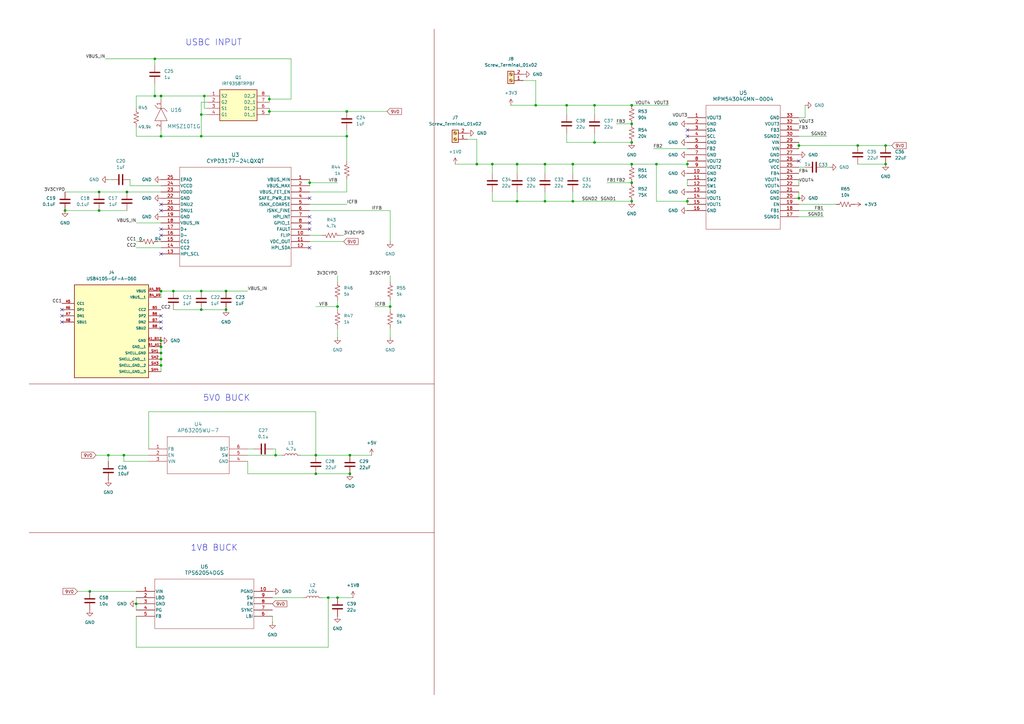
<source format=kicad_sch>
(kicad_sch (version 20250114) (generator "eeschema") (generator_version "9.0")
  (paper "A3")
  (lib_symbols
    (symbol "Connector:Screw_Terminal_01x02" (pin_names (offset 1.016) (hide yes))
      (property "Reference" "J" (at 0 2.54 0))
      (property "Value" "Screw_Terminal_01x02" (at 0 -5.08 0))
      (symbol "Screw_Terminal_01x02_1_1"
        (pin passive line (at -5.08 0 0) (length 3.81) (name "Pin_1") (number "1"))
        (pin passive line (at -5.08 -2.54 0) (length 3.81) (name "Pin_2") (number "2"))
      )
    )
    (symbol "Device:C" (pin_numbers (hide yes)) (pin_names (offset 0.254))
      (property "Reference" "C" (at 0.635 2.54 0))
      (property "Value" "C" (at 0.635 -2.54 0))
      (symbol "C_1_1"
        (pin passive line (at 0 3.81 270) (length 2.794) (name "~") (number "1"))
        (pin passive line (at 0 -3.81 90) (length 2.794) (name "~") (number "2"))
      )
    )
    (symbol "Device:L" (pin_numbers (hide yes)) (pin_names (offset 1.016) (hide yes))
      (property "Reference" "L" (at -1.27 0 90))
      (property "Value" "L" (at 1.905 0 90))
      (symbol "L_1_1"
        (pin passive line (at 0 3.81 270) (length 1.27) (name "1") (number "1"))
        (pin passive line (at 0 -3.81 90) (length 1.27) (name "2") (number "2"))
      )
    )
    (symbol "Device:R_US" (pin_numbers (hide yes)) (pin_names (offset 0))
      (property "Reference" "R" (at 2.54 0 90))
      (property "Value" "R_US" (at -2.54 0 90))
      (symbol "R_US_1_1"
        (pin passive line (at 0 3.81 270) (length 1.27) (name "~") (number "1"))
        (pin passive line (at 0 -3.81 90) (length 1.27) (name "~") (number "2"))
      )
    )
    (symbol "FPGA_Interface:USB4105-GF-A-060" (pin_names (offset 1.016))
      (property "Reference" "J" (at -15.24 13.97 0))
      (property "Value" "USB4105-GF-A-060" (at -15.24 -27.94 0))
      (symbol "USB4105-GF-A-060_0_0"
        (pin bidirectional line (at -20.32 5.08 0) (length 5.08) (name "CC1") (number "A5"))
        (pin bidirectional line (at -20.32 2.54 0) (length 5.08) (name "DP1") (number "A6"))
        (pin bidirectional line (at -20.32 0 0) (length 5.08) (name "DN1") (number "A7"))
        (pin bidirectional line (at -20.32 -2.54 0) (length 5.08) (name "SBU1") (number "A8"))
        (pin power_in line (at 20.32 10.16 180) (length 5.08) (name "VBUS") (number "A4_B9"))
        (pin power_in line (at 20.32 7.62 180) (length 5.08) (name "VBUS__1") (number "B4_A9"))
        (pin bidirectional line (at 20.32 2.54 180) (length 5.08) (name "CC2") (number "B5"))
        (pin bidirectional line (at 20.32 0 180) (length 5.08) (name "DP2") (number "B6"))
        (pin bidirectional line (at 20.32 -2.54 180) (length 5.08) (name "DN2") (number "B7"))
        (pin bidirectional line (at 20.32 -5.08 180) (length 5.08) (name "SBU2") (number "B8"))
        (pin power_in line (at 20.32 -10.16 180) (length 5.08) (name "GND") (number "A1_B12"))
        (pin power_in line (at 20.32 -12.7 180) (length 5.08) (name "GND__1") (number "B1_A12"))
        (pin power_in line (at 20.32 -15.24 180) (length 5.08) (name "SHELL_GND") (number "SH1"))
        (pin power_in line (at 20.32 -17.78 180) (length 5.08) (name "SHELL_GND__1") (number "SH2"))
        (pin power_in line (at 20.32 -20.32 180) (length 5.08) (name "SHELL_GND__2") (number "SH3"))
        (pin power_in line (at 20.32 -22.86 180) (length 5.08) (name "SHELL_GND__3") (number "SH4"))
      )
    )
    (symbol "FPGA_POWER:AP63205WU-7" (pin_names (offset 0.254))
      (property "Reference" "U" (at 20.32 10.16 0))
      (property "Value" "AP63205WU-7" (at 20.32 7.62 0))
      (symbol "AP63205WU-7_0_1"
        (pin unspecified line (at 0 0 0) (length 7.62) (name "FB") (number "1"))
        (pin unspecified line (at 0 -2.54 0) (length 7.62) (name "EN") (number "2"))
        (pin unspecified line (at 0 -5.08 0) (length 7.62) (name "VIN") (number "3"))
        (pin unspecified line (at 40.64 0 180) (length 7.62) (name "BST") (number "6"))
        (pin unspecified line (at 40.64 -2.54 180) (length 7.62) (name "SW") (number "5"))
        (pin power_out line (at 40.64 -5.08 180) (length 7.62) (name "GND") (number "4"))
      )
    )
    (symbol "FPGA_POWER:CYPD3177-24LQXQT" (pin_names (offset 0.254))
      (property "Reference" "U" (at 30.48 10.16 0))
      (property "Value" "CYPD3177-24LQXQT" (at 30.48 7.62 0))
      (symbol "CYPD3177-24LQXQT_0_1"
        (pin unspecified line (at 0 0 0) (length 7.62) (name "VBUS_MIN") (number "1"))
        (pin unspecified line (at 0 -2.54 0) (length 7.62) (name "VBUS_MAX") (number "2"))
        (pin unspecified line (at 0 -5.08 0) (length 7.62) (name "VBUS_FET_EN") (number "3"))
        (pin unspecified line (at 0 -7.62 0) (length 7.62) (name "SAFE_PWR_EN") (number "4"))
        (pin unspecified line (at 0 -10.16 0) (length 7.62) (name "ISNK_COARSE") (number "5"))
        (pin unspecified line (at 0 -12.7 0) (length 7.62) (name "ISNK_FINE") (number "6"))
        (pin unspecified line (at 0 -15.24 0) (length 7.62) (name "HPI_INT") (number "7"))
        (pin unspecified line (at 0 -17.78 0) (length 7.62) (name "GPIO_1") (number "8"))
        (pin unspecified line (at 0 -20.32 0) (length 7.62) (name "FAULT") (number "9"))
        (pin unspecified line (at 0 -22.86 0) (length 7.62) (name "FLIP") (number "10"))
        (pin output line (at 0 -25.4 0) (length 7.62) (name "VDC_OUT") (number "11"))
        (pin unspecified line (at 0 -27.94 0) (length 7.62) (name "HPI_SDA") (number "12"))
        (pin unspecified line (at 60.96 0 180) (length 7.62) (name "EPAD") (number "25"))
        (pin power_in line (at 60.96 -2.54 180) (length 7.62) (name "VCCD") (number "24"))
        (pin power_in line (at 60.96 -5.08 180) (length 7.62) (name "VDDD") (number "23"))
        (pin power_out line (at 60.96 -7.62 180) (length 7.62) (name "GND") (number "22"))
        (pin bidirectional line (at 60.96 -10.16 180) (length 7.62) (name "DNU2") (number "21"))
        (pin bidirectional line (at 60.96 -12.7 180) (length 7.62) (name "DNU1") (number "20"))
        (pin power_out line (at 60.96 -15.24 180) (length 7.62) (name "GND") (number "19"))
        (pin unspecified line (at 60.96 -17.78 180) (length 7.62) (name "VBUS_IN") (number "18"))
        (pin unspecified line (at 60.96 -20.32 180) (length 7.62) (name "D+") (number "17"))
        (pin unspecified line (at 60.96 -22.86 180) (length 7.62) (name "D-") (number "16"))
        (pin bidirectional line (at 60.96 -25.4 180) (length 7.62) (name "CC1") (number "15"))
        (pin bidirectional line (at 60.96 -27.94 180) (length 7.62) (name "CC2") (number "14"))
        (pin unspecified line (at 60.96 -30.48 180) (length 7.62) (name "HPI_SCL") (number "13"))
      )
    )
    (symbol "FPGA_POWER:IRF9358TRPBF"
      (property "Reference" "Q" (at 21.59 7.62 0))
      (property "Value" "IRF9358TRPBF" (at 21.59 5.08 0))
      (symbol "IRF9358TRPBF_1_1"
        (pin passive line (at 0 0 0) (length 5.08) (name "S2") (number "1"))
        (pin passive line (at 0 -2.54 0) (length 5.08) (name "G2") (number "2"))
        (pin passive line (at 0 -5.08 0) (length 5.08) (name "S1") (number "3"))
        (pin passive line (at 0 -7.62 0) (length 5.08) (name "G1") (number "4"))
        (pin passive line (at 25.4 0 180) (length 5.08) (name "D2_2") (number "8"))
        (pin passive line (at 25.4 -2.54 180) (length 5.08) (name "D2_1") (number "7"))
        (pin passive line (at 25.4 -5.08 180) (length 5.08) (name "D1_2") (number "6"))
        (pin passive line (at 25.4 -7.62 180) (length 5.08) (name "D1_1") (number "5"))
      )
    )
    (symbol "FPGA_POWER:MMSZ10T1G" (pin_names (offset 0.254))
      (property "Reference" "U" (at 25.4 10.16 0))
      (property "Value" "MMSZ10T1G" (at 25.4 7.62 0))
      (symbol "MMSZ10T1G_1_1"
        (pin unspecified line (at 17.78 2.54 0) (length 3.81) (name "") (number "1"))
        (pin unspecified line (at 30.48 2.54 180) (length 3.81) (name "") (number "2"))
      )
    )
    (symbol "FPGA_POWER:MPM54304GMN-0004" (pin_names (offset 0.254))
      (property "Reference" "U" (at 22.86 10.16 0))
      (property "Value" "MPM54304GMN-0004" (at 22.86 7.62 0))
      (symbol "MPM54304GMN-0004_0_1"
        (pin output line (at 0 0 0) (length 7.62) (name "VOUT3") (number "1"))
        (pin power_out line (at 0 -2.54 0) (length 7.62) (name "GND") (number "2"))
        (pin unspecified line (at 0 -5.08 0) (length 7.62) (name "SDA") (number "3"))
        (pin unspecified line (at 0 -7.62 0) (length 7.62) (name "SCL") (number "4"))
        (pin power_out line (at 0 -10.16 0) (length 7.62) (name "GND") (number "5"))
        (pin bidirectional line (at 0 -12.7 0) (length 7.62) (name "FB2") (number "6"))
        (pin power_out line (at 0 -15.24 0) (length 7.62) (name "GND") (number "7"))
        (pin output line (at 0 -17.78 0) (length 7.62) (name "VOUT2") (number "8"))
        (pin output line (at 0 -20.32 0) (length 7.62) (name "VOUT2") (number "9"))
        (pin power_out line (at 0 -22.86 0) (length 7.62) (name "GND") (number "10"))
        (pin bidirectional line (at 0 -25.4 0) (length 7.62) (name "SW2") (number "11"))
        (pin bidirectional line (at 0 -27.94 0) (length 7.62) (name "SW1") (number "12"))
        (pin power_out line (at 0 -30.48 0) (length 7.62) (name "GND") (number "13"))
        (pin output line (at 0 -33.02 0) (length 7.62) (name "VOUT1") (number "14"))
        (pin output line (at 0 -35.56 0) (length 7.62) (name "VOUT1") (number "15"))
        (pin power_out line (at 0 -38.1 0) (length 7.62) (name "GND") (number "16"))
        (pin power_out line (at 45.72 0 180) (length 7.62) (name "GND") (number "33"))
        (pin output line (at 45.72 -2.54 180) (length 7.62) (name "VOUT3") (number "32"))
        (pin bidirectional line (at 45.72 -5.08 180) (length 7.62) (name "FB3") (number "31"))
        (pin power_out line (at 45.72 -7.62 180) (length 7.62) (name "SGND2") (number "30"))
        (pin unspecified line (at 45.72 -10.16 180) (length 7.62) (name "VIN") (number "29"))
        (pin unspecified line (at 45.72 -12.7 180) (length 7.62) (name "VIN") (number "28"))
        (pin power_out line (at 45.72 -15.24 180) (length 7.62) (name "GND") (number "27"))
        (pin unspecified line (at 45.72 -17.78 180) (length 7.62) (name "GPIO") (number "26"))
        (pin power_in line (at 45.72 -20.32 180) (length 7.62) (name "VCC") (number "25"))
        (pin bidirectional line (at 45.72 -22.86 180) (length 7.62) (name "FB4") (number "24"))
        (pin output line (at 45.72 -25.4 180) (length 7.62) (name "VOUT4") (number "23"))
        (pin output line (at 45.72 -27.94 180) (length 7.62) (name "VOUT4") (number "22"))
        (pin power_out line (at 45.72 -30.48 180) (length 7.62) (name "GND") (number "21"))
        (pin power_out line (at 45.72 -33.02 180) (length 7.62) (name "GND") (number "20"))
        (pin unspecified line (at 45.72 -35.56 180) (length 7.62) (name "EN") (number "19"))
        (pin bidirectional line (at 45.72 -38.1 180) (length 7.62) (name "FB1") (number "18"))
        (pin power_out line (at 45.72 -40.64 180) (length 7.62) (name "SGND1") (number "17"))
      )
    )
    (symbol "FPGA_POWER:TPS62054DGS" (pin_names (offset 0.254))
      (property "Reference" "U" (at 27.94 10.16 0))
      (property "Value" "TPS62054DGS" (at 27.94 7.62 0))
      (symbol "TPS62054DGS_0_1"
        (pin input line (at 0 0 0) (length 7.62) (name "VIN") (number "1"))
        (pin output line (at 0 -2.54 0) (length 7.62) (name "LBO") (number "2"))
        (pin input line (at 0 -5.08 0) (length 7.62) (name "GND") (number "3"))
        (pin output line (at 0 -7.62 0) (length 7.62) (name "PG") (number "4"))
        (pin input line (at 0 -10.16 0) (length 7.62) (name "FB") (number "5"))
        (pin input line (at 55.88 0 180) (length 7.62) (name "PGND") (number "10"))
        (pin output line (at 55.88 -2.54 180) (length 7.62) (name "SW") (number "9"))
        (pin input line (at 55.88 -5.08 180) (length 7.62) (name "EN") (number "8"))
        (pin input line (at 55.88 -7.62 180) (length 7.62) (name "SYNC") (number "7"))
        (pin input line (at 55.88 -10.16 180) (length 7.62) (name "LBI") (number "6"))
      )
    )
    (symbol "power:+1V0" (power) (pin_numbers (hide yes)) (pin_names (offset 0) (hide yes))
      (property "Value" "+1V0" (at 0 3.556 0))
      (symbol "+1V0_1_1"
        (pin power_in line (at 0 0 90) (length 0) (name "~") (number "1"))
      )
    )
    (symbol "power:+1V8" (power) (pin_numbers (hide yes)) (pin_names (offset 0) (hide yes))
      (property "Value" "+1V8" (at 0 3.556 0))
      (symbol "+1V8_1_1"
        (pin power_in line (at 0 0 90) (length 0) (name "~") (number "1"))
      )
    )
    (symbol "power:+3V3" (power) (pin_numbers (hide yes)) (pin_names (offset 0) (hide yes))
      (property "Value" "+3V3" (at 0 3.556 0))
      (symbol "+3V3_1_1"
        (pin power_in line (at 0 0 90) (length 0) (name "~") (number "1"))
      )
    )
    (symbol "power:+5V" (power) (pin_numbers (hide yes)) (pin_names (offset 0) (hide yes))
      (property "Value" "+5V" (at 0 3.556 0))
      (symbol "+5V_1_1"
        (pin power_in line (at 0 0 90) (length 0) (name "~") (number "1"))
      )
    )
    (symbol "power:GND" (power) (pin_numbers (hide yes)) (pin_names (offset 0) (hide yes))
      (property "Value" "GND" (at 0 -3.81 0))
      (symbol "GND_1_1"
        (pin power_in line (at 0 0 270) (length 0) (name "~") (number "1"))
      )
    )
  )
  (text "USBC INPUT\n" (at 87.63 17.526 0) (effects (font (size 2.54 2.54))))
  (text "1V8 BUCK" (at 87.884 224.79 0) (effects (font (size 2.54 2.54))))
  (text "5V0 BUCK\n" (at 92.964 163.322 0) (effects (font (size 2.54 2.54))))
  (junction (at 44.45 186.69))
  (junction (at 212.09 82.55))
  (junction (at 259.08 43.18))
  (junction (at 66.04 119.38))
  (junction (at 269.24 67.31))
  (junction (at 127 74.93))
  (junction (at 113.03 186.69))
  (junction (at 195.58 67.31))
  (junction (at 92.71 119.38))
  (junction (at 129.54 194.31))
  (junction (at 83.82 39.37))
  (junction (at 82.55 55.88))
  (junction (at 52.07 78.74))
  (junction (at 327.66 81.28))
  (junction (at 143.51 194.31))
  (junction (at 66.04 144.78))
  (junction (at 66.04 139.7))
  (junction (at 40.64 78.74))
  (junction (at 26.67 86.36))
  (junction (at 232.41 43.18))
  (junction (at 92.71 127))
  (junction (at 50.8 186.69))
  (junction (at 223.52 67.31))
  (junction (at 243.84 43.18))
  (junction (at 36.83 242.57))
  (junction (at 363.22 67.31))
  (junction (at 142.24 45.72))
  (junction (at 40.64 86.36))
  (junction (at 63.5 24.13))
  (junction (at 55.88 247.65))
  (junction (at 327.66 59.69))
  (junction (at 219.71 43.18))
  (junction (at 66.04 55.88))
  (junction (at 142.24 55.88))
  (junction (at 259.08 82.55))
  (junction (at 66.04 147.32))
  (junction (at 259.08 50.8))
  (junction (at 138.43 125.73))
  (junction (at 363.22 59.69))
  (junction (at 259.08 67.31))
  (junction (at 66.04 149.86))
  (junction (at 110.49 45.72))
  (junction (at 259.08 74.93))
  (junction (at 212.09 67.31))
  (junction (at 71.12 119.38))
  (junction (at 129.54 186.69))
  (junction (at 223.52 82.55))
  (junction (at 66.04 39.37))
  (junction (at 63.5 39.37))
  (junction (at 259.08 58.42))
  (junction (at 281.94 67.31))
  (junction (at 82.55 119.38))
  (junction (at 281.94 82.55))
  (junction (at 234.95 82.55))
  (junction (at 160.02 125.73))
  (junction (at 201.93 67.31))
  (junction (at 234.95 67.31))
  (junction (at 82.55 127))
  (junction (at 143.51 186.69))
  (junction (at 351.79 59.69))
  (junction (at 243.84 58.42))
  (junction (at 66.04 142.24))
  (junction (at 138.43 245.11))
  (junction (at 110.49 40.64))
  (junction (at 134.62 245.11))
  (junction (at 82.55 46.99))
  (no_connect (at 327.66 66.04))
  (no_connect (at 66.04 93.98))
  (no_connect (at 127 101.6))
  (no_connect (at 66.04 86.36))
  (no_connect (at 66.04 132.08))
  (no_connect (at 25.4 129.54))
  (no_connect (at 66.04 83.82))
  (no_connect (at 281.94 55.88))
  (no_connect (at 66.04 96.52))
  (no_connect (at 127 81.28))
  (no_connect (at 127 93.98))
  (no_connect (at 127 91.44))
  (no_connect (at 66.04 104.14))
  (no_connect (at 25.4 127))
  (no_connect (at 66.04 134.62))
  (no_connect (at 281.94 53.34))
  (no_connect (at 66.04 129.54))
  (no_connect (at 25.4 132.08))
  (no_connect (at 127 88.9))
  (wire (pts (xy 66.04 39.37) (xy 66.04 40.64)))
  (wire (pts (xy 66.04 147.32) (xy 66.04 149.86)))
  (wire (pts (xy 55.88 245.11) (xy 55.88 247.65)))
  (wire (pts (xy 327.66 73.66) (xy 327.66 76.2)))
  (polyline (pts (xy 178.054 11.938) (xy 178.054 157.48)) (stroke (width 0) (type solid) (color 132 0 0 1)))
  (wire (pts (xy 83.82 44.45) (xy 83.82 39.37)))
  (wire (pts (xy 66.04 55.88) (xy 82.55 55.88)))
  (wire (pts (xy 330.2 48.26) (xy 327.66 48.26)))
  (wire (pts (xy 259.08 43.18) (xy 274.32 43.18)))
  (wire (pts (xy 212.09 82.55) (xy 223.52 82.55)))
  (wire (pts (xy 110.49 39.37) (xy 110.49 40.64)))
  (wire (pts (xy 55.88 52.07) (xy 55.88 55.88)))
  (wire (pts (xy 50.8 186.69) (xy 60.96 186.69)))
  (wire (pts (xy 55.88 44.45) (xy 55.88 39.37)))
  (wire (pts (xy 234.95 71.12) (xy 234.95 67.31)))
  (wire (pts (xy 123.19 186.69) (xy 129.54 186.69)))
  (wire (pts (xy 44.45 186.69) (xy 44.45 189.23)))
  (wire (pts (xy 104.14 184.15) (xy 101.6 184.15)))
  (wire (pts (xy 212.09 67.31) (xy 212.09 71.12)))
  (wire (pts (xy 71.12 127) (xy 82.55 127)))
  (wire (pts (xy 129.54 186.69) (xy 129.54 168.91)))
  (wire (pts (xy 201.93 82.55) (xy 212.09 82.55)))
  (wire (pts (xy 223.52 82.55) (xy 223.52 78.74)))
  (wire (pts (xy 40.64 78.74) (xy 26.67 78.74)))
  (wire (pts (xy 153.67 125.73) (xy 160.02 125.73)))
  (wire (pts (xy 111.76 184.15) (xy 113.03 184.15)))
  (wire (pts (xy 55.88 265.43) (xy 55.88 252.73)))
  (wire (pts (xy 127 73.66) (xy 127 74.93)))
  (wire (pts (xy 52.07 78.74) (xy 40.64 78.74)))
  (wire (pts (xy 101.6 119.38) (xy 92.71 119.38)))
  (wire (pts (xy 232.41 58.42) (xy 232.41 54.61)))
  (wire (pts (xy 160.02 125.73) (xy 160.02 127)))
  (wire (pts (xy 327.66 59.69) (xy 351.79 59.69)))
  (wire (pts (xy 142.24 78.74) (xy 127 78.74)))
  (wire (pts (xy 119.38 40.64) (xy 110.49 40.64)))
  (wire (pts (xy 113.03 184.15) (xy 113.03 186.69)))
  (wire (pts (xy 40.64 86.36) (xy 26.67 86.36)))
  (wire (pts (xy 55.88 55.88) (xy 66.04 55.88)))
  (wire (pts (xy 43.18 24.13) (xy 63.5 24.13)))
  (wire (pts (xy 327.66 88.9) (xy 337.82 88.9)))
  (polyline (pts (xy 178.054 218.44) (xy 178.054 284.988)) (stroke (width 0) (type solid) (color 132 0 0 1)))
  (wire (pts (xy 340.36 68.58) (xy 337.82 68.58)))
  (wire (pts (xy 160.02 86.36) (xy 160.02 99.06)))
  (wire (pts (xy 327.66 55.88) (xy 339.09 55.88)))
  (wire (pts (xy 45.72 73.66) (xy 44.45 73.66)))
  (wire (pts (xy 110.49 44.45) (xy 110.49 45.72)))
  (wire (pts (xy 66.04 53.34) (xy 66.04 55.88)))
  (wire (pts (xy 66.04 119.38) (xy 66.04 121.92)))
  (wire (pts (xy 142.24 55.88) (xy 142.24 53.34)))
  (wire (pts (xy 110.49 45.72) (xy 110.49 46.99)))
  (wire (pts (xy 134.62 245.11) (xy 134.62 265.43)))
  (wire (pts (xy 63.5 24.13) (xy 119.38 24.13)))
  (wire (pts (xy 55.88 39.37) (xy 63.5 39.37)))
  (wire (pts (xy 327.66 59.69) (xy 327.66 60.96)))
  (wire (pts (xy 36.83 242.57) (xy 55.88 242.57)))
  (wire (pts (xy 138.43 125.73) (xy 138.43 127)))
  (wire (pts (xy 82.55 46.99) (xy 85.09 46.99)))
  (wire (pts (xy 127 74.93) (xy 127 76.2)))
  (wire (pts (xy 327.66 68.58) (xy 330.2 68.58)))
  (wire (pts (xy 186.69 67.31) (xy 195.58 67.31)))
  (wire (pts (xy 327.66 86.36) (xy 337.82 86.36)))
  (wire (pts (xy 140.97 99.06) (xy 127 99.06)))
  (wire (pts (xy 330.2 43.18) (xy 330.2 48.26)))
  (wire (pts (xy 66.04 144.78) (xy 66.04 147.32)))
  (wire (pts (xy 101.6 194.31) (xy 101.6 189.23)))
  (wire (pts (xy 66.04 119.38) (xy 71.12 119.38)))
  (polyline (pts (xy 11.938 218.44) (xy 12.192 218.44)) (stroke (width 0) (type solid) (color 132 0 0 1)))
  (wire (pts (xy 281.94 81.28) (xy 281.94 82.55)))
  (wire (pts (xy 82.55 46.99) (xy 82.55 55.88)))
  (wire (pts (xy 243.84 54.61) (xy 243.84 58.42)))
  (wire (pts (xy 142.24 73.66) (xy 142.24 78.74)))
  (wire (pts (xy 52.07 86.36) (xy 40.64 86.36)))
  (wire (pts (xy 201.93 67.31) (xy 201.93 71.12)))
  (wire (pts (xy 134.62 245.11) (xy 138.43 245.11)))
  (wire (pts (xy 363.22 59.69) (xy 365.76 59.69)))
  (wire (pts (xy 191.77 57.15) (xy 195.58 57.15)))
  (wire (pts (xy 160.02 123.19) (xy 160.02 125.73)))
  (wire (pts (xy 142.24 45.72) (xy 158.75 45.72)))
  (wire (pts (xy 110.49 40.64) (xy 110.49 41.91)))
  (wire (pts (xy 269.24 67.31) (xy 281.94 67.31)))
  (wire (pts (xy 127 86.36) (xy 160.02 86.36)))
  (wire (pts (xy 101.6 194.31) (xy 129.54 194.31)))
  (wire (pts (xy 232.41 46.99) (xy 232.41 43.18)))
  (wire (pts (xy 55.88 91.44) (xy 66.04 91.44)))
  (wire (pts (xy 71.12 119.38) (xy 82.55 119.38)))
  (wire (pts (xy 129.54 125.73) (xy 138.43 125.73)))
  (wire (pts (xy 252.73 50.8) (xy 259.08 50.8)))
  (wire (pts (xy 64.77 99.06) (xy 66.04 99.06)))
  (wire (pts (xy 53.34 76.2) (xy 66.04 76.2)))
  (wire (pts (xy 248.92 74.93) (xy 259.08 74.93)))
  (wire (pts (xy 281.94 67.31) (xy 281.94 68.58)))
  (wire (pts (xy 142.24 55.88) (xy 142.24 66.04)))
  (wire (pts (xy 212.09 67.31) (xy 223.52 67.31)))
  (wire (pts (xy 160.02 113.03) (xy 160.02 115.57)))
  (wire (pts (xy 55.88 101.6) (xy 66.04 101.6)))
  (wire (pts (xy 85.09 44.45) (xy 83.82 44.45)))
  (wire (pts (xy 259.08 58.42) (xy 243.84 58.42)))
  (wire (pts (xy 66.04 78.74) (xy 52.07 78.74)))
  (wire (pts (xy 129.54 168.91) (xy 60.96 168.91)))
  (wire (pts (xy 327.66 78.74) (xy 327.66 81.28)))
  (wire (pts (xy 111.76 245.11) (xy 124.46 245.11)))
  (wire (pts (xy 63.5 39.37) (xy 66.04 39.37)))
  (wire (pts (xy 55.88 247.65) (xy 55.88 250.19)))
  (wire (pts (xy 281.94 66.04) (xy 281.94 67.31)))
  (wire (pts (xy 327.66 83.82) (xy 342.9 83.82)))
  (wire (pts (xy 243.84 43.18) (xy 243.84 46.99)))
  (wire (pts (xy 152.4 186.69) (xy 143.51 186.69)))
  (wire (pts (xy 138.43 123.19) (xy 138.43 125.73)))
  (wire (pts (xy 201.93 67.31) (xy 212.09 67.31)))
  (wire (pts (xy 50.8 189.23) (xy 60.96 189.23)))
  (wire (pts (xy 259.08 67.31) (xy 269.24 67.31)))
  (wire (pts (xy 281.94 73.66) (xy 281.94 76.2)))
  (wire (pts (xy 138.43 134.62) (xy 138.43 138.43)))
  (wire (pts (xy 195.58 57.15) (xy 195.58 67.31)))
  (wire (pts (xy 214.63 33.02) (xy 219.71 33.02)))
  (wire (pts (xy 119.38 24.13) (xy 119.38 40.64)))
  (wire (pts (xy 66.04 149.86) (xy 66.04 152.4)))
  (wire (pts (xy 138.43 74.93) (xy 127 74.93)))
  (wire (pts (xy 138.43 113.03) (xy 138.43 115.57)))
  (wire (pts (xy 132.08 96.52) (xy 127 96.52)))
  (wire (pts (xy 82.55 55.88) (xy 142.24 55.88)))
  (wire (pts (xy 85.09 41.91) (xy 82.55 41.91)))
  (wire (pts (xy 63.5 24.13) (xy 63.5 26.67)))
  (wire (pts (xy 142.24 83.82) (xy 127 83.82)))
  (wire (pts (xy 83.82 39.37) (xy 85.09 39.37)))
  (wire (pts (xy 209.55 43.18) (xy 219.71 43.18)))
  (polyline (pts (xy 12.192 218.44) (xy 178.054 218.44)) (stroke (width 0) (type solid) (color 132 0 0 1)))
  (wire (pts (xy 60.96 168.91) (xy 60.96 184.15)))
  (wire (pts (xy 113.03 186.69) (xy 115.57 186.69)))
  (wire (pts (xy 129.54 194.31) (xy 143.51 194.31)))
  (wire (pts (xy 243.84 43.18) (xy 259.08 43.18)))
  (wire (pts (xy 55.88 99.06) (xy 57.15 99.06)))
  (wire (pts (xy 129.54 186.69) (xy 143.51 186.69)))
  (polyline (pts (xy 11.938 157.48) (xy 178.054 157.48)) (stroke (width 0) (type solid) (color 132 0 0 1)))
  (wire (pts (xy 327.66 58.42) (xy 327.66 59.69)))
  (wire (pts (xy 132.08 245.11) (xy 134.62 245.11)))
  (wire (pts (xy 267.97 60.96) (xy 281.94 60.96)))
  (wire (pts (xy 66.04 139.7) (xy 66.04 142.24)))
  (wire (pts (xy 219.71 43.18) (xy 232.41 43.18)))
  (wire (pts (xy 101.6 186.69) (xy 113.03 186.69)))
  (wire (pts (xy 160.02 138.43) (xy 160.02 134.62)))
  (wire (pts (xy 232.41 43.18) (xy 243.84 43.18)))
  (wire (pts (xy 82.55 127) (xy 92.71 127)))
  (wire (pts (xy 281.94 82.55) (xy 269.24 82.55)))
  (wire (pts (xy 269.24 82.55) (xy 269.24 67.31)))
  (wire (pts (xy 140.97 96.52) (xy 139.7 96.52)))
  (wire (pts (xy 351.79 67.31) (xy 363.22 67.31)))
  (wire (pts (xy 234.95 82.55) (xy 259.08 82.55)))
  (wire (pts (xy 201.93 78.74) (xy 201.93 82.55)))
  (wire (pts (xy 138.43 245.11) (xy 144.78 245.11)))
  (wire (pts (xy 44.45 186.69) (xy 50.8 186.69)))
  (wire (pts (xy 111.76 252.73) (xy 111.76 255.27)))
  (wire (pts (xy 66.04 142.24) (xy 66.04 144.78)))
  (wire (pts (xy 281.94 82.55) (xy 281.94 83.82)))
  (wire (pts (xy 223.52 71.12) (xy 223.52 67.31)))
  (wire (pts (xy 219.71 33.02) (xy 219.71 43.18)))
  (wire (pts (xy 134.62 265.43) (xy 55.88 265.43)))
  (wire (pts (xy 66.04 39.37) (xy 83.82 39.37)))
  (wire (pts (xy 223.52 82.55) (xy 234.95 82.55)))
  (wire (pts (xy 82.55 119.38) (xy 92.71 119.38)))
  (wire (pts (xy 234.95 78.74) (xy 234.95 82.55)))
  (wire (pts (xy 351.79 59.69) (xy 363.22 59.69)))
  (wire (pts (xy 31.75 242.57) (xy 36.83 242.57)))
  (wire (pts (xy 63.5 34.29) (xy 63.5 39.37)))
  (wire (pts (xy 195.58 67.31) (xy 201.93 67.31)))
  (wire (pts (xy 39.37 186.69) (xy 44.45 186.69)))
  (wire (pts (xy 110.49 45.72) (xy 142.24 45.72)))
  (wire (pts (xy 82.55 41.91) (xy 82.55 46.99)))
  (wire (pts (xy 223.52 67.31) (xy 234.95 67.31)))
  (wire (pts (xy 212.09 78.74) (xy 212.09 82.55)))
  (wire (pts (xy 53.34 73.66) (xy 53.34 76.2)))
  (wire (pts (xy 234.95 67.31) (xy 259.08 67.31)))
  (polyline (pts (xy 178.054 157.48) (xy 178.054 218.44)) (stroke (width 0) (type solid) (color 132 0 0 1)))
  (wire (pts (xy 50.8 186.69) (xy 50.8 189.23)))
  (wire (pts (xy 232.41 58.42) (xy 243.84 58.42)))
  (label "FB1" (at 337.82 86.36 180))
  (label "SGND1" (at 252.73 82.55 180))
  (label "FB3" (at 327.66 53.34 0))
  (label "CC1" (at 55.88 99.06 180))
  (label "VBUS_IN" (at 55.88 91.44 180))
  (label "VFB" (at 130.81 125.73 0))
  (label "VOUT4" (at 266.7 43.18 180))
  (label "3V3CYPD" (at 26.67 78.74 180))
  (label "SGND2" (at 245.11 82.55 180))
  (label "VFB" (at 138.43 74.93 180))
  (label "FB1" (at 248.92 74.93 0))
  (label "ICFB" (at 153.67 125.73 0))
  (label "FB2" (at 267.97 60.96 0))
  (label "FB2" (at 252.73 74.93 0))
  (label "VBUS_IN" (at 43.18 24.13 180))
  (label "FB4" (at 327.66 71.12 0))
  (label "CC2" (at 55.88 101.6 180))
  (label "ICFB" (at 142.24 83.82 0))
  (label "VOUT3" (at 327.66 50.8 0))
  (label "CC2" (at 66.04 127 0))
  (label "CC1" (at 25.4 124.46 180))
  (label "3V3CYPD" (at 140.97 96.52 0))
  (label "FB3" (at 252.73 50.8 0))
  (label "SGND1" (at 337.82 88.9 180))
  (label "SGND2" (at 339.09 55.88 180))
  (label "3V3CYPD" (at 160.02 113.03 180))
  (label "IFFB" (at 152.4 86.36 0))
  (label "VOUT3" (at 281.94 48.26 180))
  (label "VOUT3" (at 274.32 43.18 180))
  (label "3V3CYPD" (at 138.43 113.03 180))
  (label "VBUS_IN" (at 101.6 119.38 0))
  (label "VOUT4" (at 327.66 74.93 0))
  (global_label "9V0" (shape input) (at 158.75 45.72 0) (property "Intersheetrefs" "${INTERSHEET_REFS}" (effects (hide yes))))
  (global_label "9V0" (shape input) (at 140.97 99.06 0) (property "Intersheetrefs" "${INTERSHEET_REFS}" (effects (hide yes))))
  (global_label "9V0" (shape input) (at 31.75 242.57 180) (property "Intersheetrefs" "${INTERSHEET_REFS}" (effects (hide yes))))
  (global_label "9V0" (shape input) (at 365.76 59.69 0) (property "Intersheetrefs" "${INTERSHEET_REFS}" (effects (hide yes))))
  (global_label "9V0" (shape input) (at 39.37 186.69 180) (property "Intersheetrefs" "${INTERSHEET_REFS}" (effects (hide yes))))
  (global_label "9V0" (shape input) (at 111.76 247.65 0) (property "Intersheetrefs" "${INTERSHEET_REFS}" (effects (hide yes))))
  (symbol (lib_id "power:GND") (at 327.66 63.5 90) (unit 1)
    (property "Reference" "#PWR0109" (effects (hide yes)))
    (property "Value" "GND" (at 331.47 63.4999 90) (effects (justify right)))
    (property "Description" "Power symbol creates a global label with name \"GND\" , ground" (effects (hide yes)))
  )
  (symbol (lib_id "Device:C") (at 232.41 50.8 0) (unit 1)
    (property "Reference" "C38" (at 236.22 49.5299 0) (effects (justify left)))
    (property "Value" "22u" (at 236.22 52.0699 0) (effects (justify left)))
    (property "Footprint" "Capacitor_SMD:C_0805_2012Metric" (effects (hide yes)))
    (property "Description" "Unpolarized capacitor" (effects (hide yes)))
  )
  (symbol (lib_id "power:GND") (at 340.36 68.58 90) (unit 1)
    (property "Reference" "#PWR0113" (effects (hide yes)))
    (property "Value" "GND" (at 344.17 68.5799 90) (effects (justify right)))
    (property "Description" "Power symbol creates a global label with name \"GND\" , ground" (effects (hide yes)))
  )
  (symbol (lib_id "power:GND") (at 66.04 73.66 270) (mirror x) (unit 1)
    (property "Reference" "#PWR092" (effects (hide yes)))
    (property "Value" "GND" (at 62.23 73.6599 90) (effects (justify right)))
    (property "Description" "Power symbol creates a global label with name \"GND\" , ground" (effects (hide yes)))
  )
  (symbol (lib_id "power:GND") (at 138.43 138.43 0) (unit 1)
    (property "Reference" "#PWR098" (effects (hide yes)))
    (property "Value" "GND" (at 138.43 143.51 0))
    (property "Description" "Power symbol creates a global label with name \"GND\" , ground" (effects (hide yes)))
  )
  (symbol (lib_id "Device:R_US") (at 138.43 130.81 0) (unit 1)
    (property "Reference" "R47" (at 140.97 129.5399 0) (effects (justify left)))
    (property "Value" "1k" (at 140.97 132.0799 0) (effects (justify left)))
    (property "Footprint" "Resistor_SMD:R_0402_1005Metric" (effects (hide yes)))
    (property "Description" "Resistor, US symbol" (effects (hide yes)))
  )
  (symbol (lib_id "Device:C") (at 92.71 123.19 0) (unit 1)
    (property "Reference" "C23" (at 96.52 121.9199 0) (effects (justify left)))
    (property "Value" "1uF" (at 96.52 124.4599 0) (effects (justify left)))
    (property "Footprint" "Capacitor_SMD:C_0603_1608Metric" (effects (hide yes)))
    (property "Description" "Unpolarized capacitor" (effects (hide yes)))
  )
  (symbol (lib_id "power:GND") (at 44.45 196.85 0) (unit 1)
    (property "Reference" "#PWR0101" (effects (hide yes)))
    (property "Value" "GND" (at 44.45 201.93 0))
    (property "Description" "Power symbol creates a global label with name \"GND\" , ground" (effects (hide yes)))
  )
  (symbol (lib_id "FPGA_POWER:MPM54304GMN-0004") (at 281.94 48.26 0) (unit 1)
    (property "Reference" "U5" (at 304.8 38.1 0) (effects (font (size 1.524 1.524))))
    (property "Value" "MPM54304GMN-0004" (at 304.8 40.64 0) (effects (font (size 1.524 1.524))))
    (property "Footprint" "FPGA_Power:MPM54304GMN_004" (effects (hide yes)))
    (property "Datasheet" "https://www.monolithicpower.com/en/documentview/productdocument/index/version/2/document_type/Datasheet/lang/en/sku/MPM54304" (effects (hide yes)))
  )
  (symbol (lib_id "power:+1V0") (at 186.69 67.31 0) (unit 1)
    (property "Reference" "#PWR0121" (effects (hide yes)))
    (property "Value" "+1V0" (at 186.69 62.23 0))
    (property "Description" "Power symbol creates a global label with name \"+1V0\"" (effects (hide yes)))
  )
  (symbol (lib_id "power:GND") (at 281.94 50.8 270) (unit 1)
    (property "Reference" "#PWR0107" (effects (hide yes)))
    (property "Value" "GND" (at 278.13 50.7999 90) (effects (justify right)))
    (property "Description" "Power symbol creates a global label with name \"GND\" , ground" (effects (hide yes)))
  )
  (symbol (lib_id "Device:C") (at 138.43 248.92 0) (unit 1)
    (property "Reference" "C39" (at 142.24 247.6499 0) (effects (justify left)))
    (property "Value" "22u" (at 142.24 250.1899 0) (effects (justify left)))
    (property "Footprint" "Capacitor_SMD:C_0603_1608Metric" (effects (hide yes)))
    (property "Description" "Unpolarized capacitor" (effects (hide yes)))
  )
  (symbol (lib_id "power:GND") (at 66.04 88.9 270) (mirror x) (unit 1)
    (property "Reference" "#PWR094" (effects (hide yes)))
    (property "Value" "GND" (at 62.23 88.8999 90) (effects (justify right)))
    (property "Description" "Power symbol creates a global label with name \"GND\" , ground" (effects (hide yes)))
  )
  (symbol (lib_id "power:GND") (at 143.51 194.31 0) (unit 1)
    (property "Reference" "#PWR0102" (effects (hide yes)))
    (property "Value" "GND" (at 143.51 199.39 0))
    (property "Description" "Power symbol creates a global label with name \"GND\" , ground" (effects (hide yes)))
  )
  (symbol (lib_id "Device:C") (at 234.95 74.93 0) (unit 1)
    (property "Reference" "C31" (at 238.76 73.6599 0) (effects (justify left)))
    (property "Value" "22u" (at 238.76 76.1999 0) (effects (justify left)))
    (property "Footprint" "Capacitor_SMD:C_0805_2012Metric" (effects (hide yes)))
    (property "Description" "Unpolarized capacitor" (effects (hide yes)))
  )
  (symbol (lib_id "Device:C") (at 363.22 63.5 0) (unit 1)
    (property "Reference" "C36" (at 367.03 62.2299 0) (effects (justify left)))
    (property "Value" "22uF" (at 367.03 64.7699 0) (effects (justify left)))
    (property "Footprint" "Capacitor_SMD:C_0805_2012Metric" (effects (hide yes)))
    (property "Description" "Unpolarized capacitor" (effects (hide yes)))
  )
  (symbol (lib_id "Device:C") (at 334.01 68.58 90) (unit 1)
    (property "Reference" "C33" (at 337.566 67.564 90))
    (property "Value" "1u" (at 331.216 67.31 90))
    (property "Footprint" "Capacitor_SMD:C_0603_1608Metric" (effects (hide yes)))
    (property "Description" "Unpolarized capacitor" (effects (hide yes)))
  )
  (symbol (lib_id "power:GND") (at 92.71 127 0) (unit 1)
    (property "Reference" "#PWR097" (effects (hide yes)))
    (property "Value" "GND" (at 92.71 132.08 0))
    (property "Description" "Power symbol creates a global label with name \"GND\" , ground" (effects (hide yes)))
  )
  (symbol (lib_id "Device:R_US") (at 259.08 54.61 0) (unit 1)
    (property "Reference" "R54" (at 261.62 53.3399 0) (effects (justify left)))
    (property "Value" "20k" (at 261.62 55.8799 0) (effects (justify left)))
    (property "Footprint" "Resistor_SMD:R_0805_2012Metric" (effects (hide yes)))
    (property "Description" "Resistor, US symbol" (effects (hide yes)))
  )
  (symbol (lib_id "Device:C") (at 129.54 190.5 0) (unit 1)
    (property "Reference" "C28" (at 133.35 189.2299 0) (effects (justify left)))
    (property "Value" "22uF" (at 133.35 191.7699 0) (effects (justify left)))
    (property "Footprint" "Capacitor_SMD:C_0603_1608Metric" (effects (hide yes)))
    (property "Description" "Unpolarized capacitor" (effects (hide yes)))
  )
  (symbol (lib_id "power:GND") (at 138.43 252.73 0) (unit 1)
    (property "Reference" "#PWR0118" (effects (hide yes)))
    (property "Value" "GND" (at 138.43 257.81 0))
    (property "Description" "Power symbol creates a global label with name \"GND\" , ground" (effects (hide yes)))
  )
  (symbol (lib_id "power:GND") (at 327.66 81.28 90) (unit 1)
    (property "Reference" "#PWR0110" (effects (hide yes)))
    (property "Value" "GND" (at 331.47 81.2799 90) (effects (justify right)))
    (property "Description" "Power symbol creates a global label with name \"GND\" , ground" (effects (hide yes)))
  )
  (symbol (lib_id "FPGA_POWER:MMSZ10T1G") (at 63.5 22.86 270) (unit 1)
    (property "Reference" "U16" (at 69.85 45.0849 90) (effects (font (size 1.524 1.524)) (justify left)))
    (property "Value" "MMSZ10T1G" (at 68.58 51.816 90) (effects (font (size 1.524 1.524)) (justify left)))
    (property "Footprint" "FPGA_Power:MMSZ10T1G" (effects (hide yes)))
    (property "Datasheet" "MMSZ10T1G" (effects (hide yes)))
  )
  (symbol (lib_id "Device:C") (at 52.07 82.55 0) (mirror y) (unit 1)
    (property "Reference" "C17" (at 48.26 81.2799 0) (effects (justify left)))
    (property "Value" "1uF" (at 48.26 83.8199 0) (effects (justify left)))
    (property "Footprint" "Capacitor_SMD:C_0603_1608Metric" (effects (hide yes)))
    (property "Description" "Unpolarized capacitor" (effects (hide yes)))
  )
  (symbol (lib_id "Device:C") (at 351.79 63.5 0) (unit 1)
    (property "Reference" "C35" (at 355.6 62.2299 0) (effects (justify left)))
    (property "Value" "22uF" (at 355.6 64.7699 0) (effects (justify left)))
    (property "Footprint" "Capacitor_SMD:C_0805_2012Metric" (effects (hide yes)))
    (property "Description" "Unpolarized capacitor" (effects (hide yes)))
  )
  (symbol (lib_id "power:GND") (at 281.94 86.36 270) (unit 1)
    (property "Reference" "#PWR0103" (effects (hide yes)))
    (property "Value" "GND" (at 278.13 86.3599 90) (effects (justify right)))
    (property "Description" "Power symbol creates a global label with name \"GND\" , ground" (effects (hide yes)))
  )
  (symbol (lib_id "power:GND") (at 111.76 242.57 90) (unit 1)
    (property "Reference" "#PWR0115" (effects (hide yes)))
    (property "Value" "GND" (at 115.57 242.5699 90) (effects (justify right)))
    (property "Description" "Power symbol creates a global label with name \"GND\" , ground" (effects (hide yes)))
  )
  (symbol (lib_id "Device:C") (at 40.64 82.55 0) (mirror y) (unit 1)
    (property "Reference" "C18" (at 36.83 81.2799 0) (effects (justify left)))
    (property "Value" "0.1uF" (at 36.83 83.8199 0) (effects (justify left)))
    (property "Footprint" "Capacitor_SMD:C_0402_1005Metric" (effects (hide yes)))
    (property "Description" "Unpolarized capacitor" (effects (hide yes)))
  )
  (symbol (lib_id "Device:R_US") (at 259.08 78.74 0) (unit 1)
    (property "Reference" "R52" (at 261.62 77.4699 0) (effects (justify left)))
    (property "Value" "75K" (at 261.62 80.0099 0) (effects (justify left)))
    (property "Footprint" "Resistor_SMD:R_0805_2012Metric" (effects (hide yes)))
    (property "Description" "Resistor, US symbol" (effects (hide yes)))
  )
  (symbol (lib_id "power:GND") (at 44.45 73.66 270) (mirror x) (unit 1)
    (property "Reference" "#PWR095" (effects (hide yes)))
    (property "Value" "GND" (at 40.64 73.6599 90) (effects (justify right)))
    (property "Description" "Power symbol creates a global label with name \"GND\" , ground" (effects (hide yes)))
  )
  (symbol (lib_id "Device:C") (at 36.83 246.38 0) (unit 1)
    (property "Reference" "C58" (at 40.64 245.1099 0) (effects (justify left)))
    (property "Value" "10u" (at 40.64 247.6499 0) (effects (justify left)))
    (property "Footprint" "Capacitor_SMD:C_0603_1608Metric" (effects (hide yes)))
    (property "Description" "Unpolarized capacitor" (effects (hide yes)))
  )
  (symbol (lib_id "Device:R_US") (at 55.88 48.26 0) (unit 1)
    (property "Reference" "R45" (at 56.642 44.196 0) (effects (justify left)))
    (property "Value" "49.9k" (at 56.642 52.07 0) (effects (justify left)))
    (property "Footprint" "Resistor_SMD:R_0402_1005Metric" (effects (hide yes)))
    (property "Description" "Resistor, US symbol" (effects (hide yes)))
  )
  (symbol (lib_id "Device:C") (at 142.24 49.53 0) (unit 1)
    (property "Reference" "C24" (at 146.05 48.2599 0) (effects (justify left)))
    (property "Value" "1uF" (at 146.05 50.7999 0) (effects (justify left)))
    (property "Footprint" "Capacitor_SMD:C_0603_1608Metric" (effects (hide yes)))
    (property "Description" "Unpolarized capacitor" (effects (hide yes)))
  )
  (symbol (lib_id "Device:L") (at 128.27 245.11 90) (unit 1)
    (property "Reference" "L2" (at 128.27 240.03 90))
    (property "Value" "10u" (at 128.27 242.57 90))
    (property "Footprint" "Inductor_SMD:L_TechFuse_SL0624" (effects (hide yes)))
    (property "Description" "Inductor" (effects (hide yes)))
  )
  (symbol (lib_id "FPGA_Interface:USB4105-GF-A-060") (at 45.72 129.54 0) (unit 1)
    (property "Reference" "J4" (at 45.72 111.76 0))
    (property "Value" "USB4105-GF-A-060" (at 45.72 114.3 0))
    (property "Footprint" "FPGA_Interface:USB4105-GF-A-060" (effects (hide yes)))
    (property "PARTREV" "B3" (effects (hide yes)))
    (property "MANUFACTURER" "Global Connector Technology" (effects (hide yes)))
    (property "MAXIMUM_PACKAGE_HEIGHT" "3.31mm" (effects (hide yes)))
    (property "STANDARD" "Manufacturer Recommendations" (effects (hide yes)))
  )
  (symbol (lib_id "Device:R_US") (at 160.02 130.81 0) (unit 1)
    (property "Reference" "R64" (at 162.56 129.5399 0) (effects (justify left)))
    (property "Value" "5k" (at 162.56 132.0799 0) (effects (justify left)))
    (property "Footprint" "Resistor_SMD:R_0402_1005Metric" (effects (hide yes)))
    (property "Description" "Resistor, US symbol" (effects (hide yes)))
  )
  (symbol (lib_id "power:+3V3") (at 209.55 43.18 0) (unit 1)
    (property "Reference" "#PWR0122" (effects (hide yes)))
    (property "Value" "+3V3" (at 209.55 38.1 0))
    (property "Description" "Power symbol creates a global label with name \"+3V3\"" (effects (hide yes)))
  )
  (symbol (lib_id "power:+1V8") (at 144.78 245.11 0) (unit 1)
    (property "Reference" "#PWR0119" (effects (hide yes)))
    (property "Value" "+1V8" (at 144.78 240.03 0))
    (property "Description" "Power symbol creates a global label with name \"+1V8\"" (effects (hide yes)))
  )
  (symbol (lib_id "power:+5V") (at 152.4 186.69 0) (unit 1)
    (property "Reference" "#PWR0120" (effects (hide yes)))
    (property "Value" "+5V" (at 152.4 181.61 0))
    (property "Description" "Power symbol creates a global label with name \"+5V\"" (effects (hide yes)))
  )
  (symbol (lib_id "power:GND") (at 160.02 138.43 0) (unit 1)
    (property "Reference" "#PWR0124" (effects (hide yes)))
    (property "Value" "GND" (at 160.02 143.51 0))
    (property "Description" "Power symbol creates a global label with name \"GND\" , ground" (effects (hide yes)))
  )
  (symbol (lib_id "Device:C") (at 201.93 74.93 0) (unit 1)
    (property "Reference" "C34" (at 205.74 73.6599 0) (effects (justify left)))
    (property "Value" "22u" (at 205.74 76.1999 0) (effects (justify left)))
    (property "Footprint" "Capacitor_SMD:C_0805_2012Metric" (effects (hide yes)))
    (property "Description" "Unpolarized capacitor" (effects (hide yes)))
  )
  (symbol (lib_id "Device:R_US") (at 60.96 99.06 90) (unit 1)
    (property "Reference" "R4" (at 64.77 98.044 90))
    (property "Value" "0" (at 57.658 98.044 90))
    (property "Footprint" "Resistor_SMD:R_0603_1608Metric" (effects (hide yes)))
    (property "Description" "Resistor, US symbol" (effects (hide yes)))
  )
  (symbol (lib_id "Device:R_US") (at 142.24 69.85 0) (mirror y) (unit 1)
    (property "Reference" "R44" (at 139.7 68.5799 0) (effects (justify left)))
    (property "Value" "1k" (at 139.7 71.1199 0) (effects (justify left)))
    (property "Footprint" "Resistor_SMD:R_0402_1005Metric" (effects (hide yes)))
    (property "Description" "Resistor, US symbol" (effects (hide yes)))
  )
  (symbol (lib_id "Device:R_US") (at 346.71 83.82 90) (unit 1)
    (property "Reference" "R65" (at 346.71 77.47 90))
    (property "Value" "10k" (at 346.71 80.01 90))
    (property "Footprint" "Resistor_SMD:R_0402_1005Metric" (effects (hide yes)))
    (property "Description" "Resistor, US symbol" (effects (hide yes)))
  )
  (symbol (lib_id "Device:C") (at 82.55 123.19 0) (unit 1)
    (property "Reference" "C22" (at 86.36 121.9199 0) (effects (justify left)))
    (property "Value" "1uF" (at 86.36 124.4599 0) (effects (justify left)))
    (property "Footprint" "Capacitor_SMD:C_0603_1608Metric" (effects (hide yes)))
    (property "Description" "Unpolarized capacitor" (effects (hide yes)))
  )
  (symbol (lib_id "Device:C") (at 71.12 123.19 0) (unit 1)
    (property "Reference" "C21" (at 74.93 121.9199 0) (effects (justify left)))
    (property "Value" "1uF" (at 74.93 124.4599 0) (effects (justify left)))
    (property "Footprint" "Capacitor_SMD:C_0603_1608Metric" (effects (hide yes)))
    (property "Description" "Unpolarized capacitor" (effects (hide yes)))
  )
  (symbol (lib_id "Device:C") (at 49.53 73.66 270) (mirror x) (unit 1)
    (property "Reference" "C20" (at 49.53 66.04 90))
    (property "Value" "1uF" (at 49.53 68.58 90))
    (property "Footprint" "Capacitor_SMD:C_0603_1608Metric" (effects (hide yes)))
    (property "Description" "Unpolarized capacitor" (effects (hide yes)))
  )
  (symbol (lib_id "power:GND") (at 281.94 63.5 270) (unit 1)
    (property "Reference" "#PWR0105" (effects (hide yes)))
    (property "Value" "GND" (at 278.13 63.4999 90) (effects (justify right)))
    (property "Description" "Power symbol creates a global label with name \"GND\" , ground" (effects (hide yes)))
  )
  (symbol (lib_id "FPGA_POWER:TPS62054DGS") (at 55.88 242.57 0) (unit 1)
    (property "Reference" "U6" (at 83.82 232.41 0) (effects (font (size 1.524 1.524))))
    (property "Value" "TPS62054DGS" (at 83.82 234.95 0) (effects (font (size 1.524 1.524))))
    (property "Footprint" "FPGA_Power:TPS62054DGS" (effects (hide yes)))
    (property "Datasheet" "https://www.ti.com/lit/gpn/tps62054" (effects (hide yes)))
  )
  (symbol (lib_id "power:GND") (at 214.63 30.48 90) (unit 1)
    (property "Reference" "#PWR0129" (effects (hide yes)))
    (property "Value" "GND" (at 218.44 30.4799 90) (effects (justify right)))
    (property "Description" "Power symbol creates a global label with name \"GND\" , ground" (effects (hide yes)))
  )
  (symbol (lib_id "Connector:Screw_Terminal_01x02") (at 186.69 57.15 180) (unit 1)
    (property "Reference" "J7" (at 186.69 48.26 0))
    (property "Value" "Screw_Terminal_01x02" (at 186.69 50.8 0))
    (property "Description" "Generic screw terminal, single row, 01x02, script generated (kicad-library-utils/schlib/autogen/connector/)" (effects (hide yes)))
  )
  (symbol (lib_id "power:GND") (at 111.76 255.27 0) (unit 1)
    (property "Reference" "#PWR0117" (effects (hide yes)))
    (property "Value" "GND" (at 111.76 260.35 0))
    (property "Description" "Power symbol creates a global label with name \"GND\" , ground" (effects (hide yes)))
  )
  (symbol (lib_id "power:GND") (at 281.94 78.74 270) (unit 1)
    (property "Reference" "#PWR0100" (effects (hide yes)))
    (property "Value" "GND" (at 278.13 78.7399 90) (effects (justify right)))
    (property "Description" "Power symbol creates a global label with name \"GND\" , ground" (effects (hide yes)))
  )
  (symbol (lib_id "power:GND") (at 281.94 71.12 270) (unit 1)
    (property "Reference" "#PWR0104" (effects (hide yes)))
    (property "Value" "GND" (at 278.13 71.1199 90) (effects (justify right)))
    (property "Description" "Power symbol creates a global label with name \"GND\" , ground" (effects (hide yes)))
  )
  (symbol (lib_id "power:GND") (at 55.88 247.65 270) (unit 1)
    (property "Reference" "#PWR0116" (effects (hide yes)))
    (property "Value" "GND" (at 52.07 247.6499 90) (effects (justify right)))
    (property "Description" "Power symbol creates a global label with name \"GND\" , ground" (effects (hide yes)))
  )
  (symbol (lib_id "power:GND") (at 259.08 58.42 0) (unit 1)
    (property "Reference" "#PWR0114" (effects (hide yes)))
    (property "Value" "GND" (at 259.08 63.5 0))
    (property "Description" "Power symbol creates a global label with name \"GND\" , ground" (effects (hide yes)))
  )
  (symbol (lib_id "power:GND") (at 160.02 99.06 0) (unit 1)
    (property "Reference" "#PWR0125" (effects (hide yes)))
    (property "Value" "GND" (at 160.02 104.14 0))
    (property "Description" "Power symbol creates a global label with name \"GND\" , ground" (effects (hide yes)))
  )
  (symbol (lib_id "power:GND") (at 191.77 54.61 90) (unit 1)
    (property "Reference" "#PWR0128" (effects (hide yes)))
    (property "Value" "GND" (at 195.58 54.6099 90) (effects (justify right)))
    (property "Description" "Power symbol creates a global label with name \"GND\" , ground" (effects (hide yes)))
  )
  (symbol (lib_id "power:+3V3") (at 350.52 83.82 270) (unit 1)
    (property "Reference" "#PWR0127" (effects (hide yes)))
    (property "Value" "+3V3" (at 354.33 83.8199 90) (effects (justify left)))
    (property "Description" "Power symbol creates a global label with name \"+3V3\"" (effects (hide yes)))
  )
  (symbol (lib_id "power:GND") (at 66.04 139.7 90) (unit 1)
    (property "Reference" "#PWR0126" (effects (hide yes)))
    (property "Value" "GND" (at 69.85 139.6999 90) (effects (justify right)))
    (property "Description" "Power symbol creates a global label with name \"GND\" , ground" (effects (hide yes)))
  )
  (symbol (lib_id "Device:C") (at 26.67 82.55 0) (mirror y) (unit 1)
    (property "Reference" "C19" (at 22.86 81.2799 0) (effects (justify left)))
    (property "Value" "0.1uF" (at 22.86 83.8199 0) (effects (justify left)))
    (property "Footprint" "Capacitor_SMD:C_0402_1005Metric" (effects (hide yes)))
    (property "Description" "Unpolarized capacitor" (effects (hide yes)))
  )
  (symbol (lib_id "FPGA_POWER:IRF9358TRPBF") (at 85.09 39.37 0) (unit 1)
    (property "Reference" "Q1" (at 97.79 31.75 0))
    (property "Value" "IRF9358TRPBF" (at 97.79 34.29 0))
    (property "Footprint" "FPGA_Power:IRF9358TRPBF" (effects (hide yes)))
    (property "Datasheet" "https://www.infineon.com/dgdl/Infineon-IRF9358-DataSheet-v01_01-EN.pdf?fileId=5546d462533600a4015356114ffa1da5" (effects (hide yes)))
    (property "Description" "Infineon IRF9358TRPBF Dual P-channel MOSFET, 9.2 A, 30 V HEXFET, 8-Pin SOIC" (effects (hide yes)))
    (property "Height" "1.75" (effects (hide yes)))
    (property "Mouser Part Number" "942-IRF9358TRPBF" (effects (hide yes)))
    (property "Mouser Price/Stock" "https://www.mouser.co.uk/ProductDetail/Infineon-Technologies/IRF9358TRPBF?qs=9%252BKlkBgLFf0UOCipcM2zgA%3D%3D" (effects (hide yes)))
    (property "Manufacturer_Name" "Infineon" (effects (hide yes)))
    (property "Manufacturer_Part_Number" "IRF9358TRPBF" (effects (hide yes)))
  )
  (symbol (lib_id "Connector:Screw_Terminal_01x02") (at 209.55 33.02 180) (unit 1)
    (property "Reference" "J8" (at 209.55 24.13 0))
    (property "Value" "Screw_Terminal_01x02" (at 209.55 26.67 0))
    (property "Description" "Generic screw terminal, single row, 01x02, script generated (kicad-library-utils/schlib/autogen/connector/)" (effects (hide yes)))
  )
  (symbol (lib_id "power:GND") (at 26.67 86.36 0) (unit 1)
    (property "Reference" "#PWR096" (effects (hide yes)))
    (property "Value" "GND" (at 26.67 91.44 0))
    (property "Description" "Power symbol creates a global label with name \"GND\" , ground" (effects (hide yes)))
  )
  (symbol (lib_id "power:GND") (at 363.22 67.31 0) (unit 1)
    (property "Reference" "#PWR0111" (effects (hide yes)))
    (property "Value" "GND" (at 363.22 72.39 0))
    (property "Description" "Power symbol creates a global label with name \"GND\" , ground" (effects (hide yes)))
  )
  (symbol (lib_id "FPGA_POWER:CYPD3177-24LQXQT") (at 127 73.66 0) (mirror y) (unit 1)
    (property "Reference" "U3" (at 96.52 63.5 0) (effects (font (size 1.524 1.524))))
    (property "Value" "CYPD3177-24LQXQT" (at 96.52 66.04 0) (effects (font (size 1.524 1.524))))
    (property "Footprint" "FPGA_Power:CYPD3177-24LQXQT_INF" (effects (hide yes)))
    (property "Datasheet" "https://www.infineon.com/dgdl/Infineon-EZ-PD_BCR_Datasheet_USB_Type-C_Port_Controller_for_Power_Sinks-DataSheet-v03_00-EN.pdf?fileId=8ac78c8c7d0d8da4017d0ee7ce9d70ad" (effects (hide yes)))
  )
  (symbol (lib_id "Device:R_US") (at 135.89 96.52 270) (mirror x) (unit 1)
    (property "Reference" "R43" (at 135.89 90.17 90))
    (property "Value" "4.7k" (at 135.89 92.71 90))
    (property "Footprint" "Resistor_SMD:R_0402_1005Metric" (effects (hide yes)))
    (property "Description" "Resistor, US symbol" (effects (hide yes)))
  )
  (symbol (lib_id "FPGA_POWER:AP63205WU-7") (at 60.96 184.15 0) (unit 1)
    (property "Reference" "U4" (at 81.28 173.99 0) (effects (font (size 1.524 1.524))))
    (property "Value" "AP63205WU-7" (at 81.28 176.53 0) (effects (font (size 1.524 1.524))))
    (property "Footprint" "FPGA_Power:AP63205WU-7" (effects (hide yes)))
    (property "Datasheet" "AP63205WU-7" (effects (hide yes)))
  )
  (symbol (lib_id "Device:C") (at 107.95 184.15 90) (unit 1)
    (property "Reference" "C27" (at 107.95 176.53 90))
    (property "Value" "0.1u" (at 107.95 179.07 90))
    (property "Footprint" "Capacitor_SMD:C_0402_1005Metric" (effects (hide yes)))
    (property "Description" "Unpolarized capacitor" (effects (hide yes)))
  )
  (symbol (lib_id "Device:R_US") (at 138.43 119.38 0) (unit 1)
    (property "Reference" "R46" (at 140.97 118.1099 0) (effects (justify left)))
    (property "Value" "5k" (at 140.97 120.6499 0) (effects (justify left)))
    (property "Footprint" "Resistor_SMD:R_0402_1005Metric" (effects (hide yes)))
    (property "Description" "Resistor, US symbol" (effects (hide yes)))
  )
  (symbol (lib_id "power:GND") (at 66.04 81.28 270) (mirror x) (unit 1)
    (property "Reference" "#PWR093" (effects (hide yes)))
    (property "Value" "GND" (at 62.23 81.2799 90) (effects (justify right)))
    (property "Description" "Power symbol creates a global label with name \"GND\" , ground" (effects (hide yes)))
  )
  (symbol (lib_id "Device:R_US") (at 160.02 119.38 0) (unit 1)
    (property "Reference" "R55" (at 162.56 118.1099 0) (effects (justify left)))
    (property "Value" "5k" (at 162.56 120.6499 0) (effects (justify left)))
    (property "Footprint" "Resistor_SMD:R_0402_1005Metric" (effects (hide yes)))
    (property "Description" "Resistor, US symbol" (effects (hide yes)))
  )
  (symbol (lib_id "power:GND") (at 330.2 43.18 90) (unit 1)
    (property "Reference" "#PWR0108" (effects (hide yes)))
    (property "Value" "GND" (at 334.01 43.1799 90) (effects (justify right)))
    (property "Description" "Power symbol creates a global label with name \"GND\" , ground" (effects (hide yes)))
  )
  (symbol (lib_id "power:GND") (at 281.94 58.42 270) (unit 1)
    (property "Reference" "#PWR0106" (effects (hide yes)))
    (property "Value" "GND" (at 278.13 58.4199 90) (effects (justify right)))
    (property "Description" "Power symbol creates a global label with name \"GND\" , ground" (effects (hide yes)))
  )
  (symbol (lib_id "Device:C") (at 63.5 30.48 0) (unit 1)
    (property "Reference" "C25" (at 67.31 29.2099 0) (effects (justify left)))
    (property "Value" "1u" (at 67.31 31.7499 0) (effects (justify left)))
    (property "Footprint" "Capacitor_SMD:C_0603_1608Metric" (effects (hide yes)))
    (property "Description" "Unpolarized capacitor" (effects (hide yes)))
  )
  (symbol (lib_id "Device:C") (at 243.84 50.8 0) (unit 1)
    (property "Reference" "C37" (at 247.65 49.5299 0) (effects (justify left)))
    (property "Value" "22u" (at 247.65 52.0699 0) (effects (justify left)))
    (property "Footprint" "Capacitor_SMD:C_0805_2012Metric" (effects (hide yes)))
    (property "Description" "Unpolarized capacitor" (effects (hide yes)))
  )
  (symbol (lib_id "Device:C") (at 223.52 74.93 0) (unit 1)
    (property "Reference" "C32" (at 227.33 73.6599 0) (effects (justify left)))
    (property "Value" "22u" (at 227.33 76.1999 0) (effects (justify left)))
    (property "Footprint" "Capacitor_SMD:C_0805_2012Metric" (effects (hide yes)))
    (property "Description" "Unpolarized capacitor" (effects (hide yes)))
  )
  (symbol (lib_id "power:GND") (at 259.08 82.55 0) (unit 1)
    (property "Reference" "#PWR0112" (effects (hide yes)))
    (property "Value" "GND" (at 259.08 87.63 0))
    (property "Description" "Power symbol creates a global label with name \"GND\" , ground" (effects (hide yes)))
  )
  (symbol (lib_id "Device:C") (at 212.09 74.93 0) (unit 1)
    (property "Reference" "C30" (at 215.9 73.6599 0) (effects (justify left)))
    (property "Value" "22u" (at 215.9 76.1999 0) (effects (justify left)))
    (property "Footprint" "Capacitor_SMD:C_0805_2012Metric" (effects (hide yes)))
    (property "Description" "Unpolarized capacitor" (effects (hide yes)))
  )
  (symbol (lib_id "Device:R_US") (at 259.08 71.12 0) (unit 1)
    (property "Reference" "R51" (at 261.62 69.8499 0) (effects (justify left)))
    (property "Value" "50K" (at 261.62 72.3899 0) (effects (justify left)))
    (property "Footprint" "Resistor_SMD:R_0805_2012Metric" (effects (hide yes)))
    (property "Description" "Resistor, US symbol" (effects (hide yes)))
  )
  (symbol (lib_id "Device:C") (at 143.51 190.5 0) (unit 1)
    (property "Reference" "C29" (at 147.32 189.2299 0) (effects (justify left)))
    (property "Value" "22uF" (at 147.32 191.7699 0) (effects (justify left)))
    (property "Footprint" "Capacitor_SMD:C_0603_1608Metric" (effects (hide yes)))
    (property "Description" "Unpolarized capacitor" (effects (hide yes)))
  )
  (symbol (lib_id "power:GND") (at 36.83 250.19 0) (unit 1)
    (property "Reference" "#PWR0123" (effects (hide yes)))
    (property "Value" "GND" (at 36.83 255.27 0))
    (property "Description" "Power symbol creates a global label with name \"GND\" , ground" (effects (hide yes)))
  )
  (symbol (lib_id "Device:C") (at 44.45 193.04 0) (unit 1)
    (property "Reference" "C26" (at 48.26 191.7699 0) (effects (justify left)))
    (property "Value" "10uF" (at 48.26 194.3099 0) (effects (justify left)))
    (property "Footprint" "Capacitor_SMD:C_0603_1608Metric" (effects (hide yes)))
    (property "Description" "Unpolarized capacitor" (effects (hide yes)))
  )
  (symbol (lib_id "Device:R_US") (at 259.08 46.99 0) (unit 1)
    (property "Reference" "R53" (at 261.62 45.7199 0) (effects (justify left)))
    (property "Value" "90k" (at 261.62 48.2599 0) (effects (justify left)))
    (property "Footprint" "Resistor_SMD:R_0805_2012Metric" (effects (hide yes)))
    (property "Description" "Resistor, US symbol" (effects (hide yes)))
  )
  (symbol (lib_id "Device:L") (at 119.38 186.69 90) (unit 1)
    (property "Reference" "L1" (at 119.38 181.61 90))
    (property "Value" "4.7u" (at 119.38 184.15 90))
    (property "Footprint" "Inductor_SMD:L_APV_ANR5020" (effects (hide yes)))
    (property "Description" "Inductor" (effects (hide yes)))
  )
)
</source>
